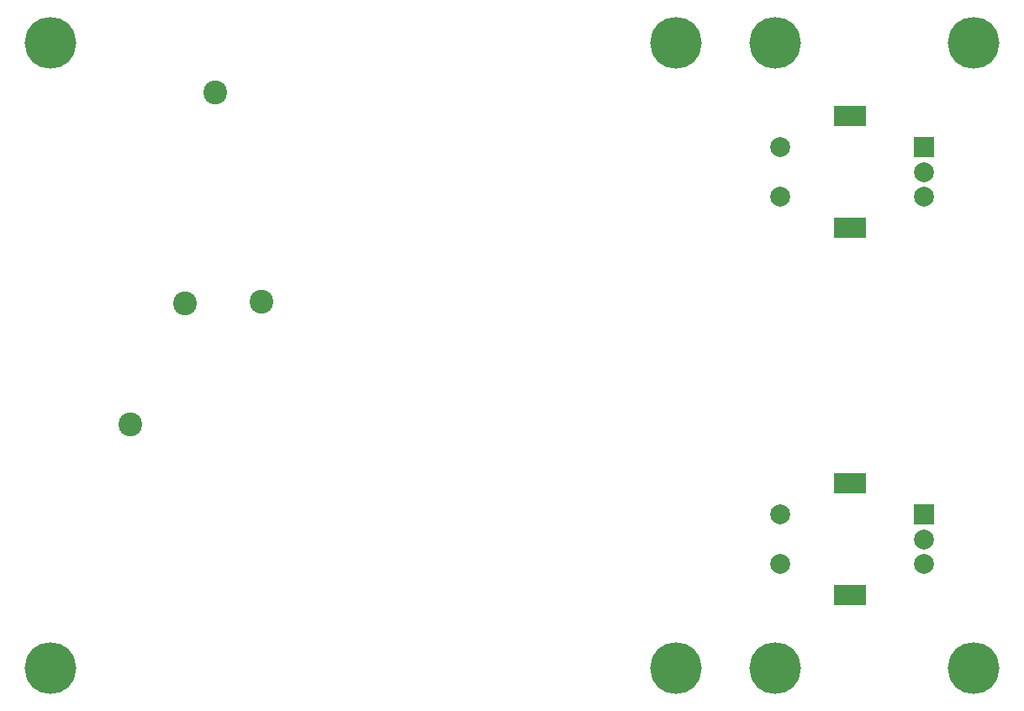
<source format=gbs>
G04 Layer: BottomSolderMaskLayer*
G04 EasyEDA Pro v1.9.29, 2023-05-19 09:05:19*
G04 Gerber Generator version 0.3*
G04 Scale: 100 percent, Rotated: No, Reflected: No*
G04 Dimensions in millimeters*
G04 Leading zeros omitted, absolute positions, 3 integers and 3 decimals*
%FSLAX33Y33*%
%MOMM*%
%ADD10C,5.2032*%
%ADD11R,1.999996X1.999996*%
%ADD12C,1.999996*%
%ADD13R,3.199994X1.999996*%
%ADD14C,2.399995*%
G75*


G04 Pad Start*
G54D10*
G01X5000Y-5000D03*
G01X68000Y-5000D03*
G01X5000Y-68000D03*
G01X68000Y-68000D03*
G54D11*
G01X93000Y-52500D03*
G54D12*
G01X93000Y-57500D03*
G01X93000Y-55000D03*
G54D13*
G01X85500Y-49400D03*
G01X85500Y-60600D03*
G54D12*
G01X78500Y-57500D03*
G01X78500Y-52500D03*
G54D11*
G01X93000Y-15500D03*
G54D12*
G01X93000Y-20500D03*
G01X93000Y-18000D03*
G54D13*
G01X85500Y-12400D03*
G01X85500Y-23600D03*
G54D12*
G01X78500Y-20500D03*
G01X78500Y-15500D03*
G54D10*
G01X78000Y-5000D03*
G01X98000Y-5000D03*
G01X78000Y-68000D03*
G01X98000Y-68000D03*
G54D14*
G01X21590Y-10033D03*
G01X13081Y-43434D03*
G01X26289Y-31115D03*
G01X18542Y-31242D03*
G04 Pad End*

M02*

</source>
